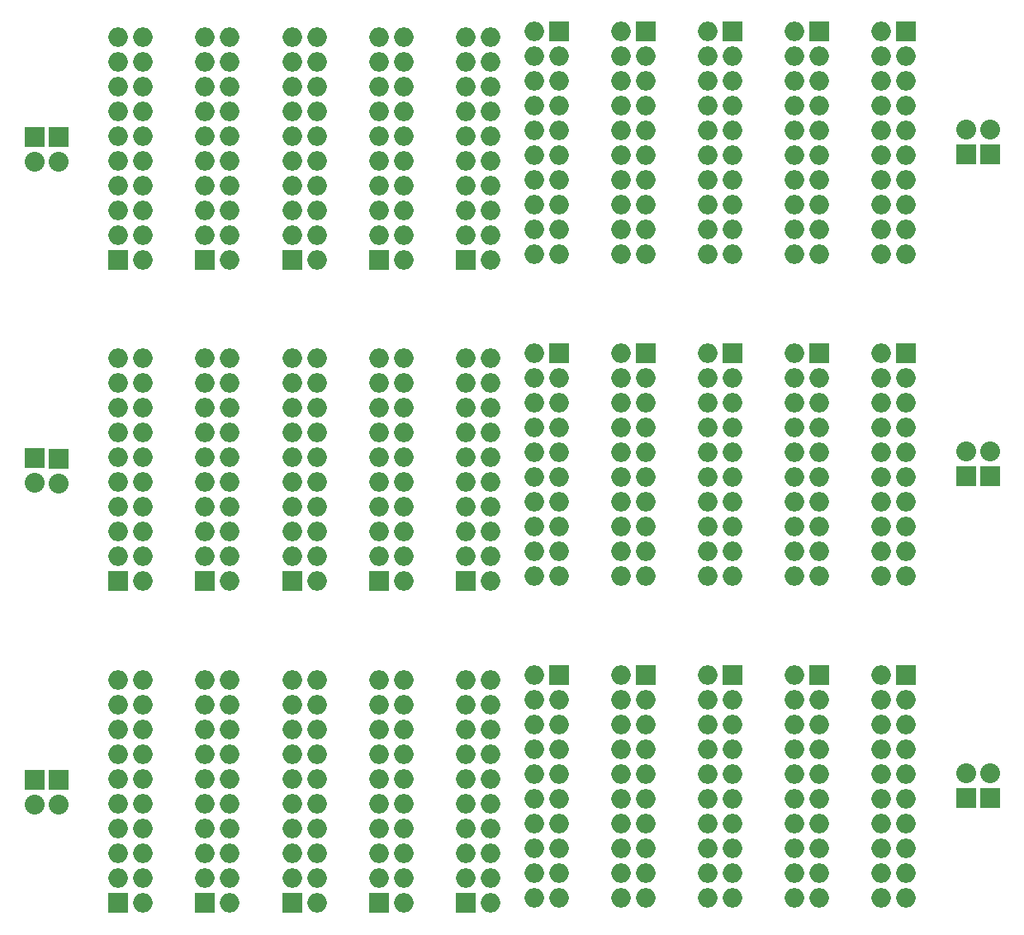
<source format=gbs>
%MOIN*%
%OFA0B0*%
%FSLAX46Y46*%
%IPPOS*%
%LPD*%
%ADD10C,0.0019685039370078744*%
%ADD11O,0.07874015748031496X0.07874015748031496*%
%ADD12R,0.07874015748031496X0.07874015748031496*%
%ADD13O,0.08X0.08*%
%ADD14R,0.08X0.08*%
%ADD25C,0.0019685039370078744*%
%ADD26O,0.07874015748031496X0.07874015748031496*%
%ADD27R,0.07874015748031496X0.07874015748031496*%
%ADD28O,0.08X0.08*%
%ADD29R,0.08X0.08*%
%ADD40C,0.0019685039370078744*%
%ADD41O,0.07874015748031496X0.07874015748031496*%
%ADD42R,0.07874015748031496X0.07874015748031496*%
%ADD43O,0.08X0.08*%
%ADD44R,0.08X0.08*%
%ADD55C,0.0019685039370078744*%
%ADD56O,0.07874015748031496X0.07874015748031496*%
%ADD57R,0.07874015748031496X0.07874015748031496*%
%ADD58O,0.08X0.08*%
%ADD59R,0.08X0.08*%
%ADD70C,0.0019685039370078744*%
%ADD71O,0.07874015748031496X0.07874015748031496*%
%ADD72R,0.07874015748031496X0.07874015748031496*%
%ADD73O,0.08X0.08*%
%ADD74R,0.08X0.08*%
%ADD85C,0.0019685039370078744*%
%ADD86O,0.07874015748031496X0.07874015748031496*%
%ADD87R,0.07874015748031496X0.07874015748031496*%
%ADD88O,0.08X0.08*%
%ADD89R,0.08X0.08*%
%LPD*%
G01*
D10*
D11*
X0003937007Y0002125984D02*
X0002056861Y0001568435D03*
X0002156861Y0001568435D03*
X0002056861Y0001668435D03*
X0002156861Y0001668435D03*
X0002056861Y0001768435D03*
X0002156861Y0001768435D03*
X0002056861Y0001868435D03*
X0002156861Y0001868435D03*
X0002056861Y0001968435D03*
X0002156861Y0001968435D03*
X0002056861Y0002068435D03*
X0002156861Y0002068435D03*
X0002056861Y0002168435D03*
X0002156861Y0002168435D03*
X0002056861Y0002268435D03*
X0002156861Y0002268435D03*
X0002056861Y0002368435D03*
X0002156861Y0002368435D03*
X0002056861Y0002468435D03*
D12*
X0002156861Y0002468435D03*
D13*
X0003897637Y0002071689D03*
D14*
X0003897637Y0001971690D03*
X0003799816Y0001972083D03*
D13*
X0003799816Y0002072083D03*
D11*
X0002407255Y0001568435D03*
X0002507255Y0001568435D03*
X0002407255Y0001668435D03*
X0002507255Y0001668435D03*
X0002407255Y0001768435D03*
X0002507255Y0001768435D03*
X0002407255Y0001868435D03*
X0002507255Y0001868435D03*
X0002407255Y0001968435D03*
X0002507255Y0001968435D03*
X0002407255Y0002068435D03*
X0002507255Y0002068435D03*
X0002407255Y0002168435D03*
X0002507255Y0002168435D03*
X0002407255Y0002268435D03*
X0002507255Y0002268435D03*
X0002407255Y0002368435D03*
X0002507255Y0002368435D03*
X0002407255Y0002468435D03*
D12*
X0002507255Y0002468435D03*
D11*
X0002757649Y0001568435D03*
X0002857649Y0001568435D03*
X0002757649Y0001668435D03*
X0002857649Y0001668435D03*
X0002757649Y0001768435D03*
X0002857649Y0001768435D03*
X0002757649Y0001868435D03*
X0002857649Y0001868435D03*
X0002757649Y0001968435D03*
X0002857649Y0001968435D03*
X0002757649Y0002068435D03*
X0002857649Y0002068435D03*
X0002757649Y0002168435D03*
X0002857649Y0002168435D03*
X0002757649Y0002268435D03*
X0002857649Y0002268435D03*
X0002757649Y0002368435D03*
X0002857649Y0002368435D03*
X0002757649Y0002468435D03*
D12*
X0002857649Y0002468435D03*
D11*
X0003108041Y0001568435D03*
X0003208042Y0001568435D03*
X0003108041Y0001668435D03*
X0003208042Y0001668435D03*
X0003108041Y0001768435D03*
X0003208042Y0001768435D03*
X0003108041Y0001868435D03*
X0003208042Y0001868435D03*
X0003108041Y0001968435D03*
X0003208042Y0001968435D03*
X0003108041Y0002068435D03*
X0003208042Y0002068435D03*
X0003108041Y0002168435D03*
X0003208042Y0002168435D03*
X0003108041Y0002268435D03*
X0003208042Y0002268435D03*
X0003108041Y0002368435D03*
X0003208042Y0002368435D03*
X0003108041Y0002468435D03*
D12*
X0003208042Y0002468435D03*
X0003558436Y0002468435D03*
D11*
X0003458436Y0002468435D03*
X0003558436Y0002368435D03*
X0003458436Y0002368435D03*
X0003558436Y0002268435D03*
X0003458436Y0002268435D03*
X0003558436Y0002168435D03*
X0003458436Y0002168435D03*
X0003558436Y0002068435D03*
X0003458436Y0002068435D03*
X0003558436Y0001968435D03*
X0003458436Y0001968435D03*
X0003558436Y0001868435D03*
X0003458436Y0001868435D03*
X0003558436Y0001768435D03*
X0003458436Y0001768435D03*
X0003558436Y0001668435D03*
X0003458436Y0001668435D03*
X0003558436Y0001568435D03*
X0003458436Y0001568435D03*
G01*
D25*
D26*
X0003937007Y0003425196D02*
X0002056861Y0002867647D03*
X0002156861Y0002867647D03*
X0002056861Y0002967647D03*
X0002156861Y0002967647D03*
X0002056861Y0003067647D03*
X0002156861Y0003067647D03*
X0002056861Y0003167647D03*
X0002156861Y0003167647D03*
X0002056861Y0003267646D03*
X0002156861Y0003267646D03*
X0002056861Y0003367647D03*
X0002156861Y0003367647D03*
X0002056861Y0003467647D03*
X0002156861Y0003467647D03*
X0002056861Y0003567647D03*
X0002156861Y0003567647D03*
X0002056861Y0003667646D03*
X0002156861Y0003667646D03*
X0002056861Y0003767647D03*
D27*
X0002156861Y0003767647D03*
D28*
X0003897637Y0003370901D03*
D29*
X0003897637Y0003270902D03*
X0003799816Y0003271296D03*
D28*
X0003799816Y0003371296D03*
D26*
X0002407255Y0002867647D03*
X0002507255Y0002867647D03*
X0002407255Y0002967647D03*
X0002507255Y0002967647D03*
X0002407255Y0003067647D03*
X0002507255Y0003067647D03*
X0002407255Y0003167647D03*
X0002507255Y0003167647D03*
X0002407255Y0003267646D03*
X0002507255Y0003267646D03*
X0002407255Y0003367647D03*
X0002507255Y0003367647D03*
X0002407255Y0003467647D03*
X0002507255Y0003467647D03*
X0002407255Y0003567647D03*
X0002507255Y0003567647D03*
X0002407255Y0003667646D03*
X0002507255Y0003667646D03*
X0002407255Y0003767647D03*
D27*
X0002507255Y0003767647D03*
D26*
X0002757649Y0002867647D03*
X0002857649Y0002867647D03*
X0002757649Y0002967647D03*
X0002857649Y0002967647D03*
X0002757649Y0003067647D03*
X0002857649Y0003067647D03*
X0002757649Y0003167647D03*
X0002857649Y0003167647D03*
X0002757649Y0003267646D03*
X0002857649Y0003267646D03*
X0002757649Y0003367647D03*
X0002857649Y0003367647D03*
X0002757649Y0003467647D03*
X0002857649Y0003467647D03*
X0002757649Y0003567647D03*
X0002857649Y0003567647D03*
X0002757649Y0003667646D03*
X0002857649Y0003667646D03*
X0002757649Y0003767647D03*
D27*
X0002857649Y0003767647D03*
D26*
X0003108041Y0002867647D03*
X0003208042Y0002867647D03*
X0003108041Y0002967647D03*
X0003208042Y0002967647D03*
X0003108041Y0003067647D03*
X0003208042Y0003067647D03*
X0003108041Y0003167647D03*
X0003208042Y0003167647D03*
X0003108041Y0003267646D03*
X0003208042Y0003267646D03*
X0003108041Y0003367647D03*
X0003208042Y0003367647D03*
X0003108041Y0003467647D03*
X0003208042Y0003467647D03*
X0003108041Y0003567647D03*
X0003208042Y0003567647D03*
X0003108041Y0003667646D03*
X0003208042Y0003667646D03*
X0003108041Y0003767647D03*
D27*
X0003208042Y0003767647D03*
X0003558436Y0003767647D03*
D26*
X0003458436Y0003767647D03*
X0003558436Y0003667646D03*
X0003458436Y0003667646D03*
X0003558436Y0003567647D03*
X0003458436Y0003567647D03*
X0003558436Y0003467647D03*
X0003458436Y0003467647D03*
X0003558436Y0003367647D03*
X0003458436Y0003367647D03*
X0003558436Y0003267646D03*
X0003458436Y0003267646D03*
X0003558436Y0003167647D03*
X0003458436Y0003167647D03*
X0003558436Y0003067647D03*
X0003458436Y0003067647D03*
X0003558436Y0002967647D03*
X0003458436Y0002967647D03*
X0003558436Y0002867647D03*
X0003458436Y0002867647D03*
G04 next file*
%LPD*%
G01*
D40*
D41*
X0000000000Y0000590551D02*
X0001880146Y0001148100D03*
X0001780146Y0001148100D03*
X0001880146Y0001048100D03*
X0001780146Y0001048100D03*
X0001880146Y0000948100D03*
X0001780146Y0000948100D03*
X0001880146Y0000848100D03*
X0001780146Y0000848100D03*
X0001880146Y0000748100D03*
X0001780146Y0000748100D03*
X0001880146Y0000648100D03*
X0001780146Y0000648100D03*
X0001880146Y0000548100D03*
X0001780146Y0000548100D03*
X0001880146Y0000448100D03*
X0001780146Y0000448100D03*
X0001880146Y0000348100D03*
X0001780146Y0000348100D03*
X0001880146Y0000248100D03*
D42*
X0001780146Y0000248100D03*
D43*
X0000039370Y0000644845D03*
D44*
X0000039370Y0000744845D03*
X0000137191Y0000744451D03*
D43*
X0000137191Y0000644451D03*
D41*
X0001529752Y0001148100D03*
X0001429752Y0001148100D03*
X0001529752Y0001048100D03*
X0001429752Y0001048100D03*
X0001529752Y0000948100D03*
X0001429752Y0000948100D03*
X0001529752Y0000848100D03*
X0001429752Y0000848100D03*
X0001529752Y0000748100D03*
X0001429752Y0000748100D03*
X0001529752Y0000648100D03*
X0001429752Y0000648100D03*
X0001529752Y0000548100D03*
X0001429752Y0000548100D03*
X0001529752Y0000448100D03*
X0001429752Y0000448100D03*
X0001529752Y0000348100D03*
X0001429752Y0000348100D03*
X0001529752Y0000248100D03*
D42*
X0001429752Y0000248100D03*
D41*
X0001179358Y0001148100D03*
X0001079358Y0001148100D03*
X0001179358Y0001048100D03*
X0001079358Y0001048100D03*
X0001179358Y0000948100D03*
X0001079358Y0000948100D03*
X0001179358Y0000848100D03*
X0001079358Y0000848100D03*
X0001179358Y0000748100D03*
X0001079358Y0000748100D03*
X0001179358Y0000648100D03*
X0001079358Y0000648100D03*
X0001179358Y0000548100D03*
X0001079358Y0000548100D03*
X0001179358Y0000448100D03*
X0001079358Y0000448100D03*
X0001179358Y0000348100D03*
X0001079358Y0000348100D03*
X0001179358Y0000248100D03*
D42*
X0001079358Y0000248100D03*
D41*
X0000828965Y0001148100D03*
X0000728965Y0001148100D03*
X0000828965Y0001048100D03*
X0000728965Y0001048100D03*
X0000828965Y0000948100D03*
X0000728965Y0000948100D03*
X0000828965Y0000848100D03*
X0000728965Y0000848100D03*
X0000828965Y0000748100D03*
X0000728965Y0000748100D03*
X0000828965Y0000648100D03*
X0000728965Y0000648100D03*
X0000828965Y0000548100D03*
X0000728965Y0000548100D03*
X0000828965Y0000448100D03*
X0000728965Y0000448100D03*
X0000828965Y0000348100D03*
X0000728965Y0000348100D03*
X0000828965Y0000248100D03*
D42*
X0000728965Y0000248100D03*
X0000378571Y0000248100D03*
D41*
X0000478571Y0000248100D03*
X0000378571Y0000348100D03*
X0000478571Y0000348100D03*
X0000378571Y0000448100D03*
X0000478571Y0000448100D03*
X0000378571Y0000548100D03*
X0000478571Y0000548100D03*
X0000378571Y0000648100D03*
X0000478571Y0000648100D03*
X0000378571Y0000748100D03*
X0000478571Y0000748100D03*
X0000378571Y0000848100D03*
X0000478571Y0000848100D03*
X0000378571Y0000948100D03*
X0000478571Y0000948100D03*
X0000378571Y0001048100D03*
X0000478571Y0001048100D03*
X0000378571Y0001148100D03*
X0000478571Y0001148100D03*
G01*
D55*
D56*
X0003937007Y0000826771D02*
X0002056861Y0000269222D03*
X0002156861Y0000269222D03*
X0002056861Y0000369222D03*
X0002156861Y0000369222D03*
X0002056861Y0000469222D03*
X0002156861Y0000469222D03*
X0002056861Y0000569222D03*
X0002156861Y0000569222D03*
X0002056861Y0000669222D03*
X0002156861Y0000669222D03*
X0002056861Y0000769222D03*
X0002156861Y0000769222D03*
X0002056861Y0000869222D03*
X0002156861Y0000869222D03*
X0002056861Y0000969222D03*
X0002156861Y0000969222D03*
X0002056861Y0001069222D03*
X0002156861Y0001069222D03*
X0002056861Y0001169222D03*
D57*
X0002156861Y0001169222D03*
D58*
X0003897637Y0000772477D03*
D59*
X0003897637Y0000672477D03*
X0003799816Y0000672871D03*
D58*
X0003799816Y0000772870D03*
D56*
X0002407255Y0000269222D03*
X0002507255Y0000269222D03*
X0002407255Y0000369222D03*
X0002507255Y0000369222D03*
X0002407255Y0000469222D03*
X0002507255Y0000469222D03*
X0002407255Y0000569222D03*
X0002507255Y0000569222D03*
X0002407255Y0000669222D03*
X0002507255Y0000669222D03*
X0002407255Y0000769222D03*
X0002507255Y0000769222D03*
X0002407255Y0000869222D03*
X0002507255Y0000869222D03*
X0002407255Y0000969222D03*
X0002507255Y0000969222D03*
X0002407255Y0001069222D03*
X0002507255Y0001069222D03*
X0002407255Y0001169222D03*
D57*
X0002507255Y0001169222D03*
D56*
X0002757649Y0000269222D03*
X0002857649Y0000269222D03*
X0002757649Y0000369222D03*
X0002857649Y0000369222D03*
X0002757649Y0000469222D03*
X0002857649Y0000469222D03*
X0002757649Y0000569222D03*
X0002857649Y0000569222D03*
X0002757649Y0000669222D03*
X0002857649Y0000669222D03*
X0002757649Y0000769222D03*
X0002857649Y0000769222D03*
X0002757649Y0000869222D03*
X0002857649Y0000869222D03*
X0002757649Y0000969222D03*
X0002857649Y0000969222D03*
X0002757649Y0001069222D03*
X0002857649Y0001069222D03*
X0002757649Y0001169222D03*
D57*
X0002857649Y0001169222D03*
D56*
X0003108041Y0000269222D03*
X0003208042Y0000269222D03*
X0003108041Y0000369222D03*
X0003208042Y0000369222D03*
X0003108041Y0000469222D03*
X0003208042Y0000469222D03*
X0003108041Y0000569222D03*
X0003208042Y0000569222D03*
X0003108041Y0000669222D03*
X0003208042Y0000669222D03*
X0003108041Y0000769222D03*
X0003208042Y0000769222D03*
X0003108041Y0000869222D03*
X0003208042Y0000869222D03*
X0003108041Y0000969222D03*
X0003208042Y0000969222D03*
X0003108041Y0001069222D03*
X0003208042Y0001069222D03*
X0003108041Y0001169222D03*
D57*
X0003208042Y0001169222D03*
X0003558436Y0001169222D03*
D56*
X0003458436Y0001169222D03*
X0003558436Y0001069222D03*
X0003458436Y0001069222D03*
X0003558436Y0000969222D03*
X0003458436Y0000969222D03*
X0003558436Y0000869222D03*
X0003458436Y0000869222D03*
X0003558436Y0000769222D03*
X0003458436Y0000769222D03*
X0003558436Y0000669222D03*
X0003458436Y0000669222D03*
X0003558436Y0000569222D03*
X0003458436Y0000569222D03*
X0003558436Y0000469222D03*
X0003458436Y0000469222D03*
X0003558436Y0000369222D03*
X0003458436Y0000369222D03*
X0003558436Y0000269222D03*
X0003458436Y0000269222D03*
G04 next file*
G01*
D70*
D71*
X0000000000Y0001889762D02*
X0001880146Y0002447312D03*
X0001780146Y0002447312D03*
X0001880146Y0002347312D03*
X0001780146Y0002347312D03*
X0001880146Y0002247312D03*
X0001780146Y0002247312D03*
X0001880146Y0002147312D03*
X0001780146Y0002147312D03*
X0001880146Y0002047311D03*
X0001780146Y0002047311D03*
X0001880146Y0001947312D03*
X0001780146Y0001947312D03*
X0001880146Y0001847312D03*
X0001780146Y0001847312D03*
X0001880146Y0001747311D03*
X0001780146Y0001747311D03*
X0001880146Y0001647312D03*
X0001780146Y0001647312D03*
X0001880146Y0001547311D03*
D72*
X0001780146Y0001547311D03*
D73*
X0000039370Y0001944057D03*
D74*
X0000039370Y0002044057D03*
X0000137191Y0002043664D03*
D73*
X0000137191Y0001943664D03*
D71*
X0001529752Y0002447312D03*
X0001429752Y0002447312D03*
X0001529752Y0002347312D03*
X0001429752Y0002347312D03*
X0001529752Y0002247312D03*
X0001429752Y0002247312D03*
X0001529752Y0002147312D03*
X0001429752Y0002147312D03*
X0001529752Y0002047311D03*
X0001429752Y0002047311D03*
X0001529752Y0001947312D03*
X0001429752Y0001947312D03*
X0001529752Y0001847312D03*
X0001429752Y0001847312D03*
X0001529752Y0001747311D03*
X0001429752Y0001747311D03*
X0001529752Y0001647312D03*
X0001429752Y0001647312D03*
X0001529752Y0001547311D03*
D72*
X0001429752Y0001547311D03*
D71*
X0001179358Y0002447312D03*
X0001079358Y0002447312D03*
X0001179358Y0002347312D03*
X0001079358Y0002347312D03*
X0001179358Y0002247312D03*
X0001079358Y0002247312D03*
X0001179358Y0002147312D03*
X0001079358Y0002147312D03*
X0001179358Y0002047311D03*
X0001079358Y0002047311D03*
X0001179358Y0001947312D03*
X0001079358Y0001947312D03*
X0001179358Y0001847312D03*
X0001079358Y0001847312D03*
X0001179358Y0001747311D03*
X0001079358Y0001747311D03*
X0001179358Y0001647312D03*
X0001079358Y0001647312D03*
X0001179358Y0001547311D03*
D72*
X0001079358Y0001547311D03*
D71*
X0000828965Y0002447312D03*
X0000728965Y0002447312D03*
X0000828965Y0002347312D03*
X0000728965Y0002347312D03*
X0000828965Y0002247312D03*
X0000728965Y0002247312D03*
X0000828965Y0002147312D03*
X0000728965Y0002147312D03*
X0000828965Y0002047311D03*
X0000728965Y0002047311D03*
X0000828965Y0001947312D03*
X0000728965Y0001947312D03*
X0000828965Y0001847312D03*
X0000728965Y0001847312D03*
X0000828965Y0001747311D03*
X0000728965Y0001747311D03*
X0000828965Y0001647312D03*
X0000728965Y0001647312D03*
X0000828965Y0001547311D03*
D72*
X0000728965Y0001547311D03*
X0000378571Y0001547311D03*
D71*
X0000478571Y0001547311D03*
X0000378571Y0001647312D03*
X0000478571Y0001647312D03*
X0000378571Y0001747311D03*
X0000478571Y0001747311D03*
X0000378571Y0001847312D03*
X0000478571Y0001847312D03*
X0000378571Y0001947312D03*
X0000478571Y0001947312D03*
X0000378571Y0002047311D03*
X0000478571Y0002047311D03*
X0000378571Y0002147312D03*
X0000478571Y0002147312D03*
X0000378571Y0002247312D03*
X0000478571Y0002247312D03*
X0000378571Y0002347312D03*
X0000478571Y0002347312D03*
X0000378571Y0002447312D03*
X0000478571Y0002447312D03*
G04 next file*
G04 #@! TF.GenerationSoftware,KiCad,Pcbnew,(2017-01-20 revision 550a1ea)-makepkg*
G04 #@! TF.CreationDate,2017-01-21T19:12:54+01:00*
G04 #@! TF.ProjectId,dekada,64656B6164612E6B696361645F706362,rev?*
G04 #@! TF.FileFunction,Soldermask,Bot*
G04 #@! TF.FilePolarity,Negative*
G04 Gerber Fmt 4.6, Leading zero omitted, Abs format (unit mm)*
G04 Created by KiCad (PCBNEW (2017-01-20 revision 550a1ea)-makepkg) date 01/21/17 19:12:54*
G01*
G04 APERTURE LIST*
G04 APERTURE END LIST*
D85*
D86*
X0000000000Y0003188976D02*
X0001880146Y0003746525D03*
X0001780146Y0003746525D03*
X0001880146Y0003646525D03*
X0001780146Y0003646525D03*
X0001880146Y0003546525D03*
X0001780146Y0003546525D03*
X0001880146Y0003446525D03*
X0001780146Y0003446525D03*
X0001880146Y0003346525D03*
X0001780146Y0003346525D03*
X0001880146Y0003246525D03*
X0001780146Y0003246525D03*
X0001880146Y0003146525D03*
X0001780146Y0003146525D03*
X0001880146Y0003046525D03*
X0001780146Y0003046525D03*
X0001880146Y0002946524D03*
X0001780146Y0002946524D03*
X0001880146Y0002846525D03*
D87*
X0001780146Y0002846525D03*
D88*
X0000039370Y0003243269D03*
D89*
X0000039370Y0003343270D03*
X0000137191Y0003342876D03*
D88*
X0000137191Y0003242876D03*
D86*
X0001529752Y0003746525D03*
X0001429752Y0003746525D03*
X0001529752Y0003646525D03*
X0001429752Y0003646525D03*
X0001529752Y0003546525D03*
X0001429752Y0003546525D03*
X0001529752Y0003446525D03*
X0001429752Y0003446525D03*
X0001529752Y0003346525D03*
X0001429752Y0003346525D03*
X0001529752Y0003246525D03*
X0001429752Y0003246525D03*
X0001529752Y0003146525D03*
X0001429752Y0003146525D03*
X0001529752Y0003046525D03*
X0001429752Y0003046525D03*
X0001529752Y0002946524D03*
X0001429752Y0002946524D03*
X0001529752Y0002846525D03*
D87*
X0001429752Y0002846525D03*
D86*
X0001179358Y0003746525D03*
X0001079358Y0003746525D03*
X0001179358Y0003646525D03*
X0001079358Y0003646525D03*
X0001179358Y0003546525D03*
X0001079358Y0003546525D03*
X0001179358Y0003446525D03*
X0001079358Y0003446525D03*
X0001179358Y0003346525D03*
X0001079358Y0003346525D03*
X0001179358Y0003246525D03*
X0001079358Y0003246525D03*
X0001179358Y0003146525D03*
X0001079358Y0003146525D03*
X0001179358Y0003046525D03*
X0001079358Y0003046525D03*
X0001179358Y0002946524D03*
X0001079358Y0002946524D03*
X0001179358Y0002846525D03*
D87*
X0001079358Y0002846525D03*
D86*
X0000828965Y0003746525D03*
X0000728965Y0003746525D03*
X0000828965Y0003646525D03*
X0000728965Y0003646525D03*
X0000828965Y0003546525D03*
X0000728965Y0003546525D03*
X0000828965Y0003446525D03*
X0000728965Y0003446525D03*
X0000828965Y0003346525D03*
X0000728965Y0003346525D03*
X0000828965Y0003246525D03*
X0000728965Y0003246525D03*
X0000828965Y0003146525D03*
X0000728965Y0003146525D03*
X0000828965Y0003046525D03*
X0000728965Y0003046525D03*
X0000828965Y0002946524D03*
X0000728965Y0002946524D03*
X0000828965Y0002846525D03*
D87*
X0000728965Y0002846525D03*
X0000378571Y0002846525D03*
D86*
X0000478571Y0002846525D03*
X0000378571Y0002946524D03*
X0000478571Y0002946524D03*
X0000378571Y0003046525D03*
X0000478571Y0003046525D03*
X0000378571Y0003146525D03*
X0000478571Y0003146525D03*
X0000378571Y0003246525D03*
X0000478571Y0003246525D03*
X0000378571Y0003346525D03*
X0000478571Y0003346525D03*
X0000378571Y0003446525D03*
X0000478571Y0003446525D03*
X0000378571Y0003546525D03*
X0000478571Y0003546525D03*
X0000378571Y0003646525D03*
X0000478571Y0003646525D03*
X0000378571Y0003746525D03*
X0000478571Y0003746525D03*
M02*
</source>
